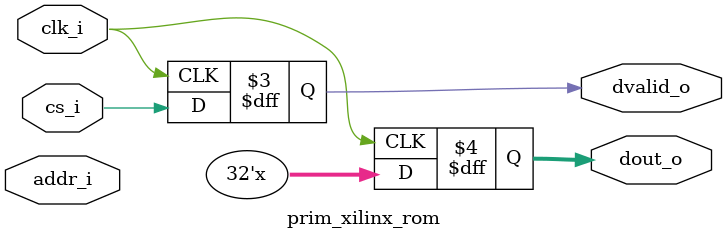
<source format=v>
module prim_xilinx_rom (
	clk_i,
	addr_i,
	cs_i,
	dout_o,
	dvalid_o
);
	parameter signed [31:0] Width = 32;
	parameter signed [31:0] Depth = 2048;
	parameter signed [31:0] Aw = $clog2(Depth);
	input clk_i;
	input [(Aw - 1):0] addr_i;
	input cs_i;
	output reg [(Width - 1):0] dout_o;
	output reg dvalid_o;
	always @(posedge clk_i) dout_o <= 1'sbx;
	always @(posedge clk_i) dvalid_o <= cs_i;
endmodule

</source>
